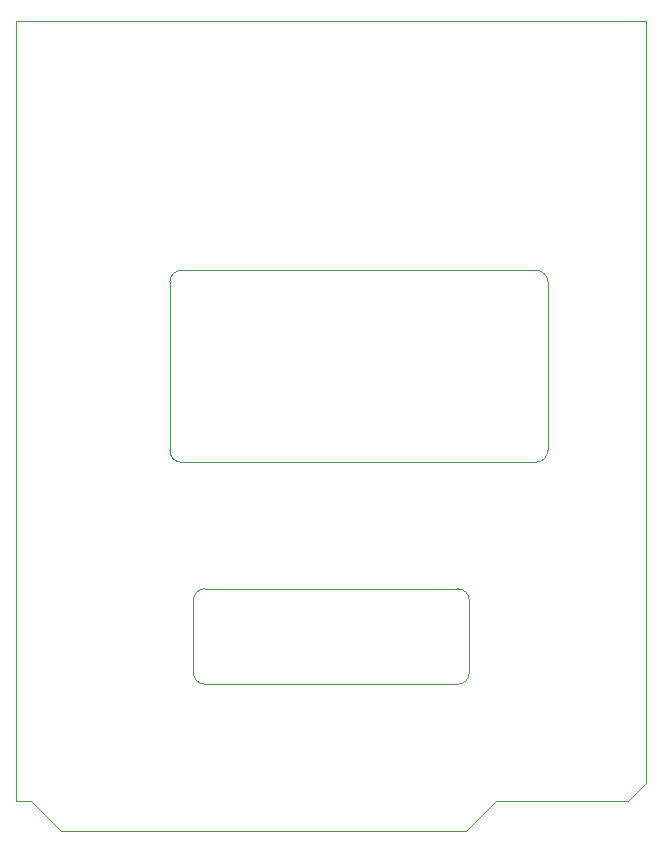
<source format=gbr>
%TF.GenerationSoftware,KiCad,Pcbnew,(6.0.11)*%
%TF.CreationDate,2024-01-05T14:55:08+00:00*%
%TF.ProjectId,EcoIDTesterCaseFront,45636f49-4454-4657-9374-657243617365,rev?*%
%TF.SameCoordinates,Original*%
%TF.FileFunction,Profile,NP*%
%FSLAX46Y46*%
G04 Gerber Fmt 4.6, Leading zero omitted, Abs format (unit mm)*
G04 Created by KiCad (PCBNEW (6.0.11)) date 2024-01-05 14:55:08*
%MOMM*%
%LPD*%
G01*
G04 APERTURE LIST*
%TA.AperFunction,Profile*%
%ADD10C,0.100000*%
%TD*%
G04 APERTURE END LIST*
D10*
X235820000Y-86920000D02*
X235820000Y-101180000D01*
X234820000Y-102180000D02*
X204820000Y-102180000D01*
X204820000Y-85920000D02*
X234820000Y-85920000D01*
X234820000Y-102180000D02*
G75*
G03*
X235820000Y-101180000I1J999999D01*
G01*
X203820000Y-101180000D02*
X203820000Y-86920000D01*
X204820000Y-85920000D02*
G75*
G03*
X203820000Y-86920000I-1J-999999D01*
G01*
X235820000Y-86920000D02*
G75*
G03*
X234820000Y-85920000I-999999J1D01*
G01*
X203820000Y-101180000D02*
G75*
G03*
X204820000Y-102180000I999999J-1D01*
G01*
X228181447Y-120980000D02*
X206808554Y-120980000D01*
X229181447Y-113880000D02*
G75*
G03*
X228181447Y-112880000I-999989J11D01*
G01*
X229181447Y-113880000D02*
X229181447Y-119980000D01*
X228181447Y-120980000D02*
G75*
G03*
X229181447Y-119980000I-6J1000006D01*
G01*
X206808554Y-112880000D02*
X228181447Y-112880000D01*
X206808554Y-112880000D02*
G75*
G03*
X205808554Y-113880000I-1J-999999D01*
G01*
X205808554Y-119980000D02*
G75*
G03*
X206808554Y-120980000I999999J-1D01*
G01*
X205808554Y-119980000D02*
X205808554Y-113880000D01*
X190830000Y-130860000D02*
X192090000Y-130860000D01*
X192090000Y-130860000D02*
X194630000Y-133400000D01*
X228920000Y-133410000D02*
X231470000Y-130870000D01*
X244170000Y-129350000D02*
X244160000Y-64850000D01*
X194630000Y-133400000D02*
X228920000Y-133410000D01*
X190830000Y-64830000D02*
X190830000Y-130860000D01*
X231470000Y-130870000D02*
X242640000Y-130870000D01*
X242640000Y-130870000D02*
X244170000Y-129350000D01*
X244160000Y-64850000D02*
X190830000Y-64830000D01*
M02*

</source>
